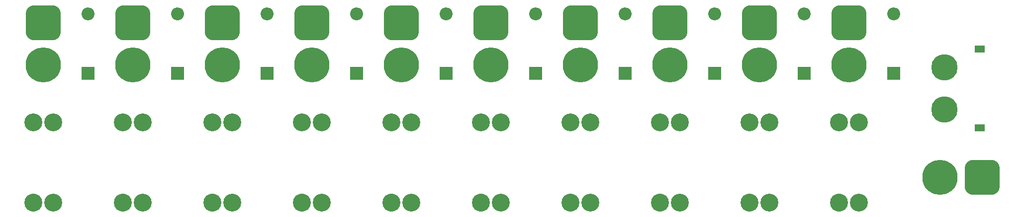
<source format=gbs>
G04 #@! TF.GenerationSoftware,KiCad,Pcbnew,6.0.4-6f826c9f35~116~ubuntu18.04.1*
G04 #@! TF.CreationDate,2022-04-20T11:54:21+08:00*
G04 #@! TF.ProjectId,XT60_connectors,58543630-5f63-46f6-9e6e-6563746f7273,rev?*
G04 #@! TF.SameCoordinates,Original*
G04 #@! TF.FileFunction,Soldermask,Bot*
G04 #@! TF.FilePolarity,Negative*
%FSLAX46Y46*%
G04 Gerber Fmt 4.6, Leading zero omitted, Abs format (unit mm)*
G04 Created by KiCad (PCBNEW 6.0.4-6f826c9f35~116~ubuntu18.04.1) date 2022-04-20 11:54:21*
%MOMM*%
%LPD*%
G01*
G04 APERTURE LIST*
G04 Aperture macros list*
%AMRoundRect*
0 Rectangle with rounded corners*
0 $1 Rounding radius*
0 $2 $3 $4 $5 $6 $7 $8 $9 X,Y pos of 4 corners*
0 Add a 4 corners polygon primitive as box body*
4,1,4,$2,$3,$4,$5,$6,$7,$8,$9,$2,$3,0*
0 Add four circle primitives for the rounded corners*
1,1,$1+$1,$2,$3*
1,1,$1+$1,$4,$5*
1,1,$1+$1,$6,$7*
1,1,$1+$1,$8,$9*
0 Add four rect primitives between the rounded corners*
20,1,$1+$1,$2,$3,$4,$5,0*
20,1,$1+$1,$4,$5,$6,$7,0*
20,1,$1+$1,$6,$7,$8,$9,0*
20,1,$1+$1,$8,$9,$2,$3,0*%
G04 Aperture macros list end*
%ADD10R,2.200000X2.200000*%
%ADD11O,2.200000X2.200000*%
%ADD12RoundRect,1.500000X-1.500000X1.500000X-1.500000X-1.500000X1.500000X-1.500000X1.500000X1.500000X0*%
%ADD13C,6.000000*%
%ADD14R,1.800000X1.200000*%
%ADD15C,4.500000*%
%ADD16C,3.048000*%
%ADD17C,3.051988*%
%ADD18C,3.068258*%
%ADD19RoundRect,1.500000X1.500000X1.500000X-1.500000X1.500000X-1.500000X-1.500000X1.500000X-1.500000X0*%
G04 APERTURE END LIST*
D10*
X137160000Y-55880000D03*
D11*
X137160000Y-45720000D03*
D10*
X106680000Y-55880000D03*
D11*
X106680000Y-45720000D03*
D10*
X45720000Y-55880000D03*
D11*
X45720000Y-45720000D03*
D10*
X182880000Y-55880000D03*
D11*
X182880000Y-45720000D03*
D12*
X175260000Y-47200000D03*
D13*
X175260000Y-54400000D03*
D12*
X114300000Y-47200000D03*
D13*
X114300000Y-54400000D03*
D14*
X197485000Y-51670000D03*
X197485000Y-65170000D03*
D15*
X191485000Y-54820000D03*
X191485000Y-62020000D03*
D12*
X53340000Y-47200000D03*
D13*
X53340000Y-54400000D03*
D16*
X36400000Y-64262000D03*
D17*
X39800000Y-64262000D03*
D18*
X36400000Y-77978000D03*
D17*
X39800000Y-77978000D03*
D10*
X91440000Y-55880000D03*
D11*
X91440000Y-45720000D03*
D10*
X167640000Y-55880000D03*
D11*
X167640000Y-45720000D03*
D16*
X173560000Y-64262000D03*
D17*
X176960000Y-64262000D03*
X176960000Y-77978000D03*
D18*
X173560000Y-77978000D03*
D17*
X116000000Y-64262000D03*
D16*
X112600000Y-64262000D03*
D17*
X116000000Y-77978000D03*
D18*
X112600000Y-77978000D03*
D16*
X66880000Y-64262000D03*
D17*
X70280000Y-64262000D03*
D18*
X66880000Y-77978000D03*
D17*
X70280000Y-77978000D03*
D12*
X144780000Y-47200000D03*
D13*
X144780000Y-54400000D03*
D17*
X146480000Y-64262000D03*
D16*
X143080000Y-64262000D03*
D18*
X143080000Y-77978000D03*
D17*
X146480000Y-77978000D03*
D10*
X121920000Y-55880000D03*
D11*
X121920000Y-45720000D03*
D19*
X197910000Y-73660000D03*
D13*
X190710000Y-73660000D03*
D12*
X129540000Y-47200000D03*
D13*
X129540000Y-54400000D03*
D10*
X152400000Y-55880000D03*
D11*
X152400000Y-45720000D03*
D12*
X160020000Y-47200000D03*
D13*
X160020000Y-54400000D03*
D12*
X99060000Y-47200000D03*
D13*
X99060000Y-54400000D03*
D12*
X83820000Y-47200000D03*
D13*
X83820000Y-54400000D03*
D16*
X51640000Y-64262000D03*
D17*
X55040000Y-64262000D03*
D18*
X51640000Y-77978000D03*
D17*
X55040000Y-77978000D03*
X85520000Y-64262000D03*
D16*
X82120000Y-64262000D03*
D17*
X85520000Y-77978000D03*
D18*
X82120000Y-77978000D03*
D10*
X76200000Y-55880000D03*
D11*
X76200000Y-45720000D03*
D10*
X60960000Y-55880000D03*
D11*
X60960000Y-45720000D03*
D12*
X38100000Y-47200000D03*
D13*
X38100000Y-54400000D03*
D17*
X131240000Y-64262000D03*
D16*
X127840000Y-64262000D03*
D18*
X127840000Y-77978000D03*
D17*
X131240000Y-77978000D03*
X161720000Y-64262000D03*
D16*
X158320000Y-64262000D03*
D18*
X158320000Y-77978000D03*
D17*
X161720000Y-77978000D03*
D16*
X97360000Y-64262000D03*
D17*
X100760000Y-64262000D03*
D18*
X97360000Y-77978000D03*
D17*
X100760000Y-77978000D03*
D12*
X68580000Y-47200000D03*
D13*
X68580000Y-54400000D03*
M02*

</source>
